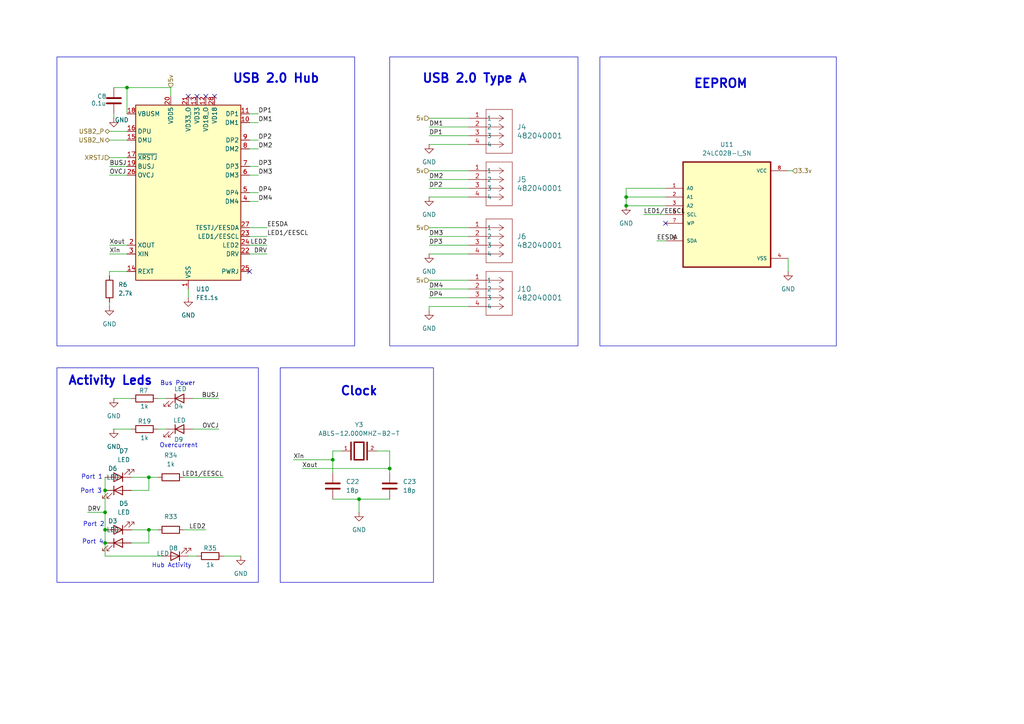
<source format=kicad_sch>
(kicad_sch (version 20231120) (generator "eeschema") (generator_version "8.0")
  (paper "A4")
  (lib_symbols
    (symbol "24LC02B-I_SN:24LC02B-I_SN" (pin_names (offset 1.016))
      (property "Reference" "U" (at -12.7 16.24 0))
      (property "Value" "24LC02B-I_SN" (at -12.7 -19.24 0))
      (symbol "24LC02B-I_SN_0_0"
        (rectangle (start -12.7 -15.24) (end 12.7 15.24) (stroke (width 0.41)) (fill (type background)))
        (pin input line (at -17.78 7.62 0) (length 5.08) (name "A0") (number "1"))
        (pin input line (at -17.78 5.08 0) (length 5.08) (name "A1") (number "2"))
        (pin input line (at -17.78 2.54 0) (length 5.08) (name "A2") (number "3"))
        (pin power_in line (at 17.78 -12.7 180) (length 5.08) (name "VSS") (number "4"))
        (pin bidirectional line (at -17.78 -7.62 0) (length 5.08) (name "SDA") (number "5"))
        (pin input line (at -17.78 0 0) (length 5.08) (name "SCL") (number "6"))
        (pin input line (at -17.78 -2.54 0) (length 5.08) (name "WP") (number "7"))
        (pin power_in line (at 17.78 12.7 180) (length 5.08) (name "VCC") (number "8"))
      )
    )
    (symbol "482040001:482040001" (pin_names (offset 0.254))
      (property "Reference" "J" (at 8.89 6.35 0))
      (property "Value" "482040001" (at 0 0 0))
      (symbol "482040001_1_1"
        (polyline (pts (xy 5.08 -10.16) (xy 12.7 -10.16)) (stroke (width 0.127)))
        (polyline (pts (xy 5.08 2.54) (xy 5.08 -10.16)) (stroke (width 0.127)))
        (polyline (pts (xy 10.16 -7.62) (xy 5.08 -7.62)) (stroke (width 0.127)))
        (polyline (pts (xy 10.16 -7.62) (xy 8.89 -8.4667)) (stroke (width 0.127)))
        (polyline (pts (xy 10.16 -7.62) (xy 8.89 -6.7733)) (stroke (width 0.127)))
        (polyline (pts (xy 10.16 -5.08) (xy 5.08 -5.08)) (stroke (width 0.127)))
        (polyline (pts (xy 10.16 -5.08) (xy 8.89 -5.9267)) (stroke (width 0.127)))
        (polyline (pts (xy 10.16 -5.08) (xy 8.89 -4.2333)) (stroke (width 0.127)))
        (polyline (pts (xy 10.16 -2.54) (xy 5.08 -2.54)) (stroke (width 0.127)))
        (polyline (pts (xy 10.16 -2.54) (xy 8.89 -3.3867)) (stroke (width 0.127)))
        (polyline (pts (xy 10.16 -2.54) (xy 8.89 -1.6933)) (stroke (width 0.127)))
        (polyline (pts (xy 10.16 0) (xy 5.08 0)) (stroke (width 0.127)))
        (polyline (pts (xy 10.16 0) (xy 8.89 -0.8467)) (stroke (width 0.127)))
        (polyline (pts (xy 10.16 0) (xy 8.89 0.8467)) (stroke (width 0.127)))
        (polyline (pts (xy 12.7 -10.16) (xy 12.7 2.54)) (stroke (width 0.127)))
        (polyline (pts (xy 12.7 2.54) (xy 5.08 2.54)) (stroke (width 0.127)))
        (pin unspecified line (at 0 0 0) (length 5.08) (name "1") (number "1"))
        (pin unspecified line (at 0 -2.54 0) (length 5.08) (name "2") (number "2"))
        (pin unspecified line (at 0 -5.08 0) (length 5.08) (name "3") (number "3"))
        (pin unspecified line (at 0 -7.62 0) (length 5.08) (name "4") (number "4"))
      )
      (symbol "482040001_1_2"
        (polyline (pts (xy 5.08 -10.16) (xy 12.7 -10.16)) (stroke (width 0.127)))
        (polyline (pts (xy 5.08 2.54) (xy 5.08 -10.16)) (stroke (width 0.127)))
        (polyline (pts (xy 7.62 -7.62) (xy 5.08 -7.62)) (stroke (width 0.127)))
        (polyline (pts (xy 7.62 -7.62) (xy 8.89 -8.4667)) (stroke (width 0.127)))
        (polyline (pts (xy 7.62 -7.62) (xy 8.89 -6.7733)) (stroke (width 0.127)))
        (polyline (pts (xy 7.62 -5.08) (xy 5.08 -5.08)) (stroke (width 0.127)))
        (polyline (pts (xy 7.62 -5.08) (xy 8.89 -5.9267)) (stroke (width 0.127)))
        (polyline (pts (xy 7.62 -5.08) (xy 8.89 -4.2333)) (stroke (width 0.127)))
        (polyline (pts (xy 7.62 -2.54) (xy 5.08 -2.54)) (stroke (width 0.127)))
        (polyline (pts (xy 7.62 -2.54) (xy 8.89 -3.3867)) (stroke (width 0.127)))
        (polyline (pts (xy 7.62 -2.54) (xy 8.89 -1.6933)) (stroke (width 0.127)))
        (polyline (pts (xy 7.62 0) (xy 5.08 0)) (stroke (width 0.127)))
        (polyline (pts (xy 7.62 0) (xy 8.89 -0.8467)) (stroke (width 0.127)))
        (polyline (pts (xy 7.62 0) (xy 8.89 0.8467)) (stroke (width 0.127)))
        (polyline (pts (xy 12.7 -10.16) (xy 12.7 2.54)) (stroke (width 0.127)))
        (polyline (pts (xy 12.7 2.54) (xy 5.08 2.54)) (stroke (width 0.127)))
        (pin unspecified line (at 0 0 0) (length 5.08) (name "1") (number "1"))
        (pin unspecified line (at 0 -2.54 0) (length 5.08) (name "2") (number "2"))
        (pin unspecified line (at 0 -5.08 0) (length 5.08) (name "3") (number "3"))
        (pin unspecified line (at 0 -7.62 0) (length 5.08) (name "4") (number "4"))
      )
    )
    (symbol "ABLS-12.000MHZ-B2-T:ABLS-12.000MHZ-B2-T" (pin_names (offset 1.016))
      (property "Reference" "Y" (at -5.0878 3.8159 0))
      (property "Value" "ABLS-12.000MHZ-B2-T" (at -5.0944 -5.0944 0))
      (symbol "ABLS-12.000MHZ-B2-T_0_0"
        (polyline (pts (xy -2.3368 2.54) (xy -2.3368 -2.54)) (stroke (width 0.4064)))
        (polyline (pts (xy -1.397 2.54) (xy -1.397 -2.54)) (stroke (width 0.4064)))
        (polyline (pts (xy -1.397 2.54) (xy 1.397 2.54)) (stroke (width 0.4064)))
        (polyline (pts (xy 1.397 -2.54) (xy -1.397 -2.54)) (stroke (width 0.4064)))
        (polyline (pts (xy 1.397 2.54) (xy 1.397 -2.54)) (stroke (width 0.4064)))
        (polyline (pts (xy 2.3368 2.54) (xy 2.3368 -2.54)) (stroke (width 0.4064)))
        (pin passive line (at -5.08 0 0) (length 2.54) (name "~") (number "1"))
        (pin passive line (at 5.08 0 180) (length 2.54) (name "~") (number "2"))
      )
    )
    (symbol "Device:C" (pin_numbers hide) (pin_names (offset 0.254))
      (property "Reference" "C" (at 0.635 2.54 0))
      (property "Value" "C" (at 0.635 -2.54 0))
      (symbol "C_0_1"
        (polyline (pts (xy -2.032 -0.762) (xy 2.032 -0.762)) (stroke (width 0.508)))
        (polyline (pts (xy -2.032 0.762) (xy 2.032 0.762)) (stroke (width 0.508)))
      )
      (symbol "C_1_1"
        (pin passive line (at 0 3.81 270) (length 2.794) (name "~") (number "1"))
        (pin passive line (at 0 -3.81 90) (length 2.794) (name "~") (number "2"))
      )
    )
    (symbol "Device:LED" (pin_numbers hide) (pin_names (offset 1.016) hide)
      (property "Reference" "D" (at 0 2.54 0))
      (property "Value" "LED" (at 0 -2.54 0))
      (symbol "LED_0_1"
        (polyline (pts (xy -1.27 -1.27) (xy -1.27 1.27)) (stroke (width 0.254)))
        (polyline (pts (xy -1.27 0) (xy 1.27 0)))
        (polyline (pts (xy 1.27 -1.27) (xy 1.27 1.27) (xy -1.27 0) (xy 1.27 -1.27)) (stroke (width 0.254)))
        (polyline (pts (xy -3.048 -0.762) (xy -4.572 -2.286) (xy -3.81 -2.286) (xy -4.572 -2.286) (xy -4.572 -1.524)))
        (polyline (pts (xy -1.778 -0.762) (xy -3.302 -2.286) (xy -2.54 -2.286) (xy -3.302 -2.286) (xy -3.302 -1.524)))
      )
      (symbol "LED_1_1"
        (pin passive line (at -3.81 0 0) (length 2.54) (name "K") (number "1"))
        (pin passive line (at 3.81 0 180) (length 2.54) (name "A") (number "2"))
      )
    )
    (symbol "Device:R" (pin_numbers hide) (pin_names (offset 0))
      (property "Reference" "R" (at 2.032 0 90))
      (property "Value" "R" (at 0 0 90))
      (symbol "R_0_1"
        (rectangle (start -1.016 -2.54) (end 1.016 2.54) (stroke (width 0.254)))
      )
      (symbol "R_1_1"
        (pin passive line (at 0 3.81 270) (length 1.27) (name "~") (number "1"))
        (pin passive line (at 0 -3.81 90) (length 1.27) (name "~") (number "2"))
      )
    )
    (symbol "Interface_USB:FE1.1s"
      (property "Reference" "U" (at -11.43 26.67 0))
      (property "Value" "FE1.1s" (at 12.7 27.94 0))
      (symbol "FE1.1s_0_1"
        (rectangle (start -15.24 25.4) (end 15.24 -25.4) (stroke (width 0.254)) (fill (type background)))
      )
      (symbol "FE1.1s_1_1"
        (pin power_in line (at 0 -27.94 90) (length 2.54) (name "VSS") (number "1"))
        (pin bidirectional line (at 17.78 20.32 180) (length 2.54) (name "DM1") (number "10"))
        (pin bidirectional line (at 17.78 22.86 180) (length 2.54) (name "DP1") (number "11"))
        (pin power_out line (at 5.08 27.94 270) (length 2.54) (name "VD18_O") (number "12"))
        (pin power_in line (at 2.54 27.94 270) (length 2.54) (name "VD33") (number "13"))
        (pin passive line (at -17.78 -22.86 0) (length 2.54) (name "REXT") (number "14"))
        (pin bidirectional line (at -17.78 15.24 0) (length 2.54) (name "DMU") (number "15"))
        (pin bidirectional line (at -17.78 17.78 0) (length 2.54) (name "DPU") (number "16"))
        (pin input line (at -17.78 10.16 0) (length 2.54) (name "~{XRSTJ}") (number "17"))
        (pin input line (at -17.78 22.86 0) (length 2.54) (name "VBUSM") (number "18"))
        (pin input line (at -17.78 7.62 0) (length 2.54) (name "BUSJ") (number "19"))
        (pin output line (at -17.78 -15.24 0) (length 2.54) (name "XOUT") (number "2"))
        (pin power_in line (at -5.08 27.94 270) (length 2.54) (name "VDD5") (number "20"))
        (pin power_out line (at 0 27.94 270) (length 2.54) (name "VD33_O") (number "21"))
        (pin bidirectional line (at 17.78 -17.78 180) (length 2.54) (name "DRV") (number "22"))
        (pin bidirectional line (at 17.78 -12.7 180) (length 2.54) (name "LED1/EESCL") (number "23"))
        (pin bidirectional line (at 17.78 -15.24 180) (length 2.54) (name "LED2") (number "24"))
        (pin output line (at 17.78 -22.86 180) (length 2.54) (name "PWRJ") (number "25"))
        (pin input line (at -17.78 5.08 0) (length 2.54) (name "OVCJ") (number "26"))
        (pin bidirectional line (at 17.78 -10.16 180) (length 2.54) (name "TESTJ/EESDA") (number "27"))
        (pin power_in line (at 7.62 27.94 270) (length 2.54) (name "VD18") (number "28"))
        (pin input line (at -17.78 -17.78 0) (length 2.54) (name "XIN") (number "3"))
        (pin bidirectional line (at 17.78 -2.54 180) (length 2.54) (name "DM4") (number "4"))
        (pin bidirectional line (at 17.78 0 180) (length 2.54) (name "DP4") (number "5"))
        (pin bidirectional line (at 17.78 5.08 180) (length 2.54) (name "DM3") (number "6"))
        (pin bidirectional line (at 17.78 7.62 180) (length 2.54) (name "DP3") (number "7"))
        (pin bidirectional line (at 17.78 12.7 180) (length 2.54) (name "DM2") (number "8"))
        (pin bidirectional line (at 17.78 15.24 180) (length 2.54) (name "DP2") (number "9"))
      )
    )
    (symbol "power:GND" (power) (pin_numbers hide) (pin_names (offset 0) hide)
      (property "Value" "GND" (at 0 -3.81 0))
      (symbol "GND_0_1"
        (polyline (pts (xy 0 0) (xy 0 -1.27) (xy 1.27 -1.27) (xy 0 -2.54) (xy -1.27 -1.27) (xy 0 -1.27)))
      )
      (symbol "GND_1_1"
        (pin power_in line (at 0 0 270) (length 0) (name "~") (number "1"))
      )
    )
  )
  (junction (at 43.18 153.67))
  (junction (at 43.18 138.43))
  (junction (at 104.14 144.78))
  (junction (at 30.48 157.48))
  (junction (at 30.48 148.59))
  (junction (at 36.83 25.4))
  (junction (at 30.48 153.67))
  (junction (at 113.03 135.89))
  (junction (at 96.52 133.35))
  (junction (at 181.61 57.15))
  (junction (at 30.48 142.24))
  (junction (at 181.61 59.69))
  (no_connect (at 59.69 27.94))
  (no_connect (at 72.39 78.74))
  (no_connect (at 193.04 64.77))
  (no_connect (at 62.23 27.94))
  (no_connect (at 57.15 27.94))
  (no_connect (at 54.61 27.94))
  (wire (pts (xy 31.75 38.1) (xy 36.83 38.1)))
  (wire (pts (xy 36.83 78.74) (xy 31.75 78.74)))
  (wire (pts (xy 113.03 135.89) (xy 113.03 137.16)))
  (wire (pts (xy 104.14 144.78) (xy 113.03 144.78)))
  (wire (pts (xy 72.39 58.42) (xy 74.93 58.42)))
  (wire (pts (xy 72.39 66.04) (xy 77.47 66.04)))
  (wire (pts (xy 72.39 48.26) (xy 74.93 48.26)))
  (wire (pts (xy 113.03 130.81) (xy 113.03 135.89)))
  (wire (pts (xy 53.34 138.43) (xy 64.77 138.43)))
  (wire (pts (xy 181.61 54.61) (xy 181.61 57.15)))
  (wire (pts (xy 38.1 124.46) (xy 33.02 124.46)))
  (wire (pts (xy 43.18 153.67) (xy 43.18 157.48)))
  (wire (pts (xy 55.88 124.46) (xy 63.5 124.46)))
  (wire (pts (xy 87.63 135.89) (xy 113.03 135.89)))
  (wire (pts (xy 72.39 33.02) (xy 74.93 33.02)))
  (wire (pts (xy 55.88 115.57) (xy 63.5 115.57)))
  (wire (pts (xy 48.26 115.57) (xy 45.72 115.57)))
  (wire (pts (xy 38.1 115.57) (xy 33.02 115.57)))
  (wire (pts (xy 31.75 78.74) (xy 31.75 80.01)))
  (wire (pts (xy 49.53 25.4) (xy 49.53 27.94)))
  (wire (pts (xy 31.75 45.72) (xy 36.83 45.72)))
  (wire (pts (xy 181.61 59.69) (xy 193.04 59.69)))
  (wire (pts (xy 124.46 34.29) (xy 135.89 34.29)))
  (wire (pts (xy 36.83 33.02) (xy 36.83 25.4)))
  (wire (pts (xy 96.52 144.78) (xy 104.14 144.78)))
  (wire (pts (xy 53.34 153.67) (xy 59.69 153.67)))
  (wire (pts (xy 104.14 144.78) (xy 104.14 148.59)))
  (wire (pts (xy 43.18 153.67) (xy 45.72 153.67)))
  (wire (pts (xy 124.46 36.83) (xy 135.89 36.83)))
  (wire (pts (xy 30.48 138.43) (xy 30.48 142.24)))
  (wire (pts (xy 72.39 68.58) (xy 77.47 68.58)))
  (wire (pts (xy 72.39 35.56) (xy 74.93 35.56)))
  (wire (pts (xy 229.87 49.53) (xy 228.6 49.53)))
  (wire (pts (xy 31.75 50.8) (xy 36.83 50.8)))
  (wire (pts (xy 124.46 57.15) (xy 135.89 57.15)))
  (wire (pts (xy 135.89 41.91) (xy 124.46 41.91)))
  (wire (pts (xy 43.18 138.43) (xy 43.18 142.24)))
  (wire (pts (xy 43.18 142.24) (xy 38.1 142.24)))
  (wire (pts (xy 33.02 33.02) (xy 33.02 34.29)))
  (wire (pts (xy 31.75 48.26) (xy 36.83 48.26)))
  (wire (pts (xy 124.46 73.66) (xy 135.89 73.66)))
  (wire (pts (xy 124.46 83.82) (xy 135.89 83.82)))
  (wire (pts (xy 85.09 133.35) (xy 96.52 133.35)))
  (wire (pts (xy 96.52 133.35) (xy 96.52 130.81)))
  (wire (pts (xy 30.48 161.29) (xy 46.99 161.29)))
  (wire (pts (xy 109.22 130.81) (xy 113.03 130.81)))
  (wire (pts (xy 64.77 161.29) (xy 69.85 161.29)))
  (wire (pts (xy 72.39 43.18) (xy 74.93 43.18)))
  (wire (pts (xy 45.72 138.43) (xy 43.18 138.43)))
  (wire (pts (xy 30.48 157.48) (xy 30.48 161.29)))
  (wire (pts (xy 181.61 57.15) (xy 193.04 57.15)))
  (wire (pts (xy 54.61 83.82) (xy 54.61 86.36)))
  (wire (pts (xy 31.75 40.64) (xy 36.83 40.64)))
  (wire (pts (xy 124.46 88.9) (xy 124.46 90.17)))
  (wire (pts (xy 43.18 138.43) (xy 38.1 138.43)))
  (wire (pts (xy 124.46 52.07) (xy 135.89 52.07)))
  (wire (pts (xy 31.75 73.66) (xy 36.83 73.66)))
  (wire (pts (xy 135.89 66.04) (xy 124.46 66.04)))
  (wire (pts (xy 193.04 54.61) (xy 181.61 54.61)))
  (wire (pts (xy 43.18 157.48) (xy 38.1 157.48)))
  (wire (pts (xy 135.89 68.58) (xy 124.46 68.58)))
  (wire (pts (xy 33.02 25.4) (xy 36.83 25.4)))
  (wire (pts (xy 31.75 71.12) (xy 36.83 71.12)))
  (wire (pts (xy 72.39 40.64) (xy 74.93 40.64)))
  (wire (pts (xy 36.83 25.4) (xy 49.53 25.4)))
  (wire (pts (xy 72.39 55.88) (xy 74.93 55.88)))
  (wire (pts (xy 124.46 81.28) (xy 135.89 81.28)))
  (wire (pts (xy 124.46 54.61) (xy 135.89 54.61)))
  (wire (pts (xy 72.39 73.66) (xy 77.47 73.66)))
  (wire (pts (xy 31.75 87.63) (xy 31.75 88.9)))
  (wire (pts (xy 43.18 153.67) (xy 38.1 153.67)))
  (wire (pts (xy 186.69 62.23) (xy 193.04 62.23)))
  (wire (pts (xy 25.4 148.59) (xy 30.48 148.59)))
  (wire (pts (xy 228.6 74.93) (xy 228.6 78.74)))
  (wire (pts (xy 54.61 161.29) (xy 57.15 161.29)))
  (wire (pts (xy 124.46 39.37) (xy 135.89 39.37)))
  (wire (pts (xy 181.61 57.15) (xy 181.61 59.69)))
  (wire (pts (xy 124.46 86.36) (xy 135.89 86.36)))
  (wire (pts (xy 72.39 71.12) (xy 77.47 71.12)))
  (wire (pts (xy 48.26 124.46) (xy 45.72 124.46)))
  (wire (pts (xy 124.46 71.12) (xy 135.89 71.12)))
  (wire (pts (xy 30.48 148.59) (xy 30.48 153.67)))
  (wire (pts (xy 96.52 137.16) (xy 96.52 133.35)))
  (wire (pts (xy 96.52 130.81) (xy 99.06 130.81)))
  (wire (pts (xy 72.39 50.8) (xy 74.93 50.8)))
  (wire (pts (xy 124.46 88.9) (xy 135.89 88.9)))
  (wire (pts (xy 124.46 49.53) (xy 135.89 49.53)))
  (wire (pts (xy 30.48 142.24) (xy 30.48 148.59)))
  (wire (pts (xy 190.5 69.85) (xy 193.04 69.85)))
  (wire (pts (xy 30.48 153.67) (xy 30.48 157.48)))
  (rectangle (start 113.03 16.51) (end 167.64 100.33))
  (rectangle (start 81.28 106.68) (end 125.73 168.91))
  (rectangle (start 173.99 16.51) (end 242.57 100.33))
  (rectangle (start 16.51 106.68) (end 74.93 168.91))
  (rectangle (start 16.51 16.51) (end 102.87 100.33))
  (text "Hub Activity" (at 49.784 164.084 0) (effects (font (size 1.27 1.27))))
  (text "Clock" (at 104.14 113.538 0) (effects (font (size 2.54 2.54) (thickness 0.508) (bold yes))))
  (text "Bus Power\n" (at 51.562 111.252 0) (effects (font (size 1.27 1.27) (thickness 0.1588))))
  (text "Port 1" (at 26.67 138.43 0) (effects (font (size 1.27 1.27))))
  (text "Port 4" (at 26.924 157.226 0) (effects (font (size 1.27 1.27))))
  (text "USB 2.0 Type A" (at 137.668 22.86 0) (effects (font (size 2.54 2.54) (thickness 0.508) (bold yes))))
  (text "USB 2.0 Hub " (at 81.026 22.86 0) (effects (font (size 2.54 2.54) (thickness 0.508) (bold yes))))
  (text "EEPROM" (at 209.042 24.384 0) (effects (font (size 2.54 2.54) (thickness 0.508) (bold yes))))
  (text "Activity Leds" (at 32.004 110.49 0) (effects (font (size 2.54 2.54) (thickness 0.508) (bold yes))))
  (text "Overcurrent" (at 51.816 129.286 0) (effects (font (size 1.27 1.27))))
  (text "Port 3" (at 26.416 142.494 0) (effects (font (size 1.27 1.27))))
  (text "Port 2" (at 27.178 152.146 0) (effects (font (size 1.27 1.27))))
  (label "DRV" (at 77.47 73.66 180))
  (label "DP1" (at 124.46 39.37 0))
  (label "DP3" (at 74.93 48.26 0))
  (label "DM3" (at 74.93 50.8 0))
  (label "Xin" (at 85.09 133.35 0))
  (label "Xout" (at 31.75 71.12 0))
  (label "LED2" (at 77.47 71.12 180))
  (label "DP1" (at 74.93 33.02 0))
  (label "Xin" (at 31.75 73.66 0))
  (label "EESDA" (at 190.5 69.85 0))
  (label "DP4" (at 124.46 86.36 0))
  (label "EESDA" (at 77.47 66.04 0))
  (label "DM4" (at 124.46 83.82 0))
  (label "DP2" (at 124.46 54.61 0))
  (label "OVCJ" (at 31.75 50.8 0))
  (label "OVCJ" (at 63.5 124.46 180))
  (label "DM1" (at 74.93 35.56 0))
  (label "LED2" (at 59.69 153.67 180))
  (label "Xout" (at 87.63 135.89 0))
  (label "DM1" (at 124.46 36.83 0))
  (label "DM2" (at 124.46 52.07 0))
  (label "DP4" (at 74.93 55.88 0))
  (label "BUSJ" (at 63.5 115.57 180) (effects (font (thickness 0.1588))))
  (label "DM4" (at 74.93 58.42 0))
  (label "BUSJ" (at 31.75 48.26 0) (effects (font (thickness 0.1588))))
  (label "LED1{slash}EESCL" (at 186.69 62.23 0))
  (label "DP2" (at 74.93 40.64 0))
  (label "DM2" (at 74.93 43.18 0))
  (label "DM3" (at 124.46 68.58 0))
  (label "LED1{slash}EESCL" (at 64.77 138.43 180))
  (label "LED1{slash}EESCL" (at 77.47 68.58 0))
  (label "DP3" (at 124.46 71.12 0))
  (label "DRV" (at 25.4 148.59 0))
  (hierarchical_label "5v" (shape input) (at 49.53 25.4 90))
  (hierarchical_label "3.3v" (shape input) (at 229.87 49.53 0))
  (hierarchical_label "5v" (shape input) (at 124.46 34.29 180))
  (hierarchical_label "5v" (shape input) (at 124.46 49.53 180))
  (hierarchical_label "XRSTJ" (shape input) (at 31.75 45.72 180))
  (hierarchical_label "5v" (shape input) (at 124.46 66.04 180))
  (hierarchical_label "USB2_N" (shape bidirectional) (at 31.75 40.64 180))
  (hierarchical_label "5v" (shape input) (at 124.46 81.28 180))
  (hierarchical_label "USB2_P" (shape bidirectional) (at 31.75 38.1 180))
  (symbol (lib_id "power:GND") (at 31.75 88.9 0) (unit 1)
    (property "Reference" "#PWR013" (effects (hide yes)))
    (property "Value" "GND" (at 31.75 93.98 0))
    (property "Description" "Power symbol creates a global label with name \"GND\" , ground" (effects (hide yes)))
  )
  (symbol (lib_id "power:GND") (at 54.61 86.36 0) (unit 1)
    (property "Reference" "#PWR040" (effects (hide yes)))
    (property "Value" "GND" (at 54.61 91.44 0))
    (property "Description" "Power symbol creates a global label with name \"GND\" , ground" (effects (hide yes)))
  )
  (symbol (lib_id "Device:LED") (at 34.29 138.43 180) (unit 1)
    (property "Reference" "D7" (at 35.8775 130.81 0))
    (property "Value" "LED" (at 35.8775 133.35 0))
    (property "Description" "Light emitting diode" (effects (hide yes)))
  )
  (symbol (lib_id "Device:R") (at 31.75 83.82 0) (unit 1)
    (property "Reference" "R6" (at 34.29 82.5499 0) (effects (justify left)))
    (property "Value" "2.7k" (at 34.29 85.0899 0) (effects (justify left)))
    (property "Description" "Resistor" (effects (hide yes)))
  )
  (symbol (lib_id "ABLS-12.000MHZ-B2-T:ABLS-12.000MHZ-B2-T") (at 104.14 130.81 0) (unit 1)
    (property "Reference" "Y3" (at 104.14 123.19 0))
    (property "Value" "ABLS-12.000MHZ-B2-T" (at 104.14 125.73 0))
    (property "Footprint" "ABLS-12.000MHZ-B2-T:XTAL_ABLS-12.000MHZ-B2-T" (effects (hide yes)))
    (property "PARTREV" "02.16.2021" (effects (hide yes)))
    (property "STANDARD" "Manufacturer Recommendations" (effects (hide yes)))
    (property "MAXIMUM_PACKAGE_HEIGHT" "4.2 mm" (effects (hide yes)))
    (property "MANUFACTURER" "Abracon" (effects (hide yes)))
  )
  (symbol (lib_id "482040001:482040001") (at 135.89 34.29 0) (unit 1)
    (property "Reference" "J4" (at 149.86 36.8299 0) (effects (font (size 1.524 1.524)) (justify left)))
    (property "Value" "482040001" (at 149.86 39.3699 0) (effects (font (size 1.524 1.524)) (justify left)))
    (property "Footprint" "CONN_48204-0001_MOL" (effects (hide yes)))
    (property "Datasheet" "482040001" (effects (hide yes)))
  )
  (symbol (lib_id "power:GND") (at 104.14 148.59 0) (unit 1)
    (property "Reference" "#PWR03" (effects (hide yes)))
    (property "Value" "GND" (at 104.14 153.67 0))
    (property "Description" "Power symbol creates a global label with name \"GND\" , ground" (effects (hide yes)))
  )
  (symbol (lib_id "power:GND") (at 124.46 41.91 0) (unit 1)
    (property "Reference" "#PWR031" (effects (hide yes)))
    (property "Value" "GND" (at 124.46 46.99 0))
    (property "Description" "Power symbol creates a global label with name \"GND\" , ground" (effects (hide yes)))
  )
  (symbol (lib_id "Device:LED") (at 34.29 153.67 180) (unit 1)
    (property "Reference" "D5" (at 35.8775 146.05 0))
    (property "Value" "LED" (at 35.8775 148.59 0))
    (property "Description" "Light emitting diode" (effects (hide yes)))
  )
  (symbol (lib_id "Device:LED") (at 34.29 157.48 0) (unit 1)
    (property "Reference" "D3" (at 32.7025 151.13 0))
    (property "Value" "LED" (at 32.7025 153.67 0))
    (property "Description" "Light emitting diode" (effects (hide yes)))
  )
  (symbol (lib_id "power:GND") (at 124.46 57.15 0) (unit 1)
    (property "Reference" "#PWR026" (effects (hide yes)))
    (property "Value" "GND" (at 124.46 62.23 0))
    (property "Description" "Power symbol creates a global label with name \"GND\" , ground" (effects (hide yes)))
  )
  (symbol (lib_id "Device:R") (at 49.53 138.43 270) (unit 1)
    (property "Reference" "R34" (at 49.53 132.08 90))
    (property "Value" "1k" (at 49.53 134.62 90))
    (property "Description" "Resistor" (effects (hide yes)))
  )
  (symbol (lib_id "power:GND") (at 181.61 59.69 0) (unit 1)
    (property "Reference" "#PWR033" (effects (hide yes)))
    (property "Value" "GND" (at 181.61 64.77 0))
    (property "Description" "Power symbol creates a global label with name \"GND\" , ground" (effects (hide yes)))
  )
  (symbol (lib_id "Device:R") (at 49.53 153.67 90) (unit 1)
    (property "Reference" "R33" (at 49.53 149.86 90))
    (property "Value" "1k" (effects (hide yes)))
    (property "Description" "Resistor" (effects (hide yes)))
  )
  (symbol (lib_id "Device:R") (at 60.96 161.29 270) (unit 1)
    (property "Reference" "R35" (at 60.96 159.004 90))
    (property "Value" "1k" (at 60.96 163.83 90))
    (property "Description" "Resistor" (effects (hide yes)))
  )
  (symbol (lib_id "482040001:482040001") (at 135.89 49.53 0) (unit 1)
    (property "Reference" "J5" (at 149.86 52.0699 0) (effects (font (size 1.524 1.524)) (justify left)))
    (property "Value" "482040001" (at 149.86 54.6099 0) (effects (font (size 1.524 1.524)) (justify left)))
    (property "Footprint" "CONN_48204-0001_MOL" (effects (hide yes)))
    (property "Datasheet" "482040001" (effects (hide yes)))
  )
  (symbol (lib_id "power:GND") (at 124.46 90.17 0) (unit 1)
    (property "Reference" "#PWR028" (effects (hide yes)))
    (property "Value" "GND" (at 124.46 95.25 0))
    (property "Description" "Power symbol creates a global label with name \"GND\" , ground" (effects (hide yes)))
  )
  (symbol (lib_id "power:GND") (at 33.02 115.57 0) (unit 1)
    (property "Reference" "#PWR014" (effects (hide yes)))
    (property "Value" "GND" (at 33.02 120.65 0))
    (property "Description" "Power symbol creates a global label with name \"GND\" , ground" (effects (hide yes)))
  )
  (symbol (lib_id "power:GND") (at 124.46 73.66 0) (unit 1)
    (property "Reference" "#PWR025" (effects (hide yes)))
    (property "Value" "GND" (at 124.46 78.74 0))
    (property "Description" "Power symbol creates a global label with name \"GND\" , ground" (effects (hide yes)))
  )
  (symbol (lib_id "Device:C") (at 33.02 29.21 0) (unit 1)
    (property "Reference" "C8" (at 28.194 27.94 0) (effects (justify left)))
    (property "Value" "0.1u" (at 26.416 29.972 0) (effects (justify left)))
    (property "Description" "Unpolarized capacitor" (effects (hide yes)))
  )
  (symbol (lib_id "482040001:482040001") (at 135.89 81.28 0) (unit 1)
    (property "Reference" "J10" (at 149.86 83.8199 0) (effects (font (size 1.524 1.524)) (justify left)))
    (property "Value" "482040001" (at 149.86 86.3599 0) (effects (font (size 1.524 1.524)) (justify left)))
    (property "Footprint" "CONN_48204-0001_MOL" (effects (hide yes)))
    (property "Datasheet" "482040001" (effects (hide yes)))
  )
  (symbol (lib_id "Device:LED") (at 50.8 161.29 180) (unit 1)
    (property "Reference" "D8" (at 50.292 159.004 0))
    (property "Value" "LED" (at 47.244 160.528 0))
    (property "Description" "Light emitting diode" (effects (hide yes)))
  )
  (symbol (lib_id "power:GND") (at 228.6 78.74 0) (unit 1)
    (property "Reference" "#PWR046" (effects (hide yes)))
    (property "Value" "GND" (at 228.6 83.82 0))
    (property "Description" "Power symbol creates a global label with name \"GND\" , ground" (effects (hide yes)))
  )
  (symbol (lib_id "24LC02B-I_SN:24LC02B-I_SN") (at 210.82 62.23 0) (unit 1)
    (property "Reference" "U11" (at 210.82 41.91 0))
    (property "Value" "24LC02B-I_SN" (at 210.82 44.45 0))
    (property "Footprint" "24LC02B-I_SN:SOIC127P600X175-8N" (effects (hide yes)))
    (property "Datasheet" "https://ww1.microchip.com/downloads/en/DeviceDoc/24AA02-24LC02B-24FC02-2K-I2C-Serial-EEPROM-20001709N.pdf" (effects (hide yes)))
  )
  (symbol (lib_id "Device:R") (at 41.91 124.46 90) (unit 1)
    (property "Reference" "R19" (at 41.91 122.174 90))
    (property "Value" "1k" (at 41.91 127 90))
    (property "Description" "Resistor" (effects (hide yes)))
  )
  (symbol (lib_id "Device:C") (at 96.52 140.97 180) (unit 1)
    (property "Reference" "C22" (at 100.33 139.6999 0) (effects (justify right)))
    (property "Value" "18p" (at 100.33 142.2399 0) (effects (justify right)))
    (property "Description" "Unpolarized capacitor" (effects (hide yes)))
  )
  (symbol (lib_id "Device:LED") (at 34.29 142.24 0) (unit 1)
    (property "Reference" "D6" (at 32.7025 135.89 0))
    (property "Value" "LED" (at 32.7025 138.43 0))
    (property "Description" "Light emitting diode" (effects (hide yes)))
  )
  (symbol (lib_id "482040001:482040001") (at 135.89 66.04 0) (unit 1)
    (property "Reference" "J6" (at 149.86 68.5799 0) (effects (font (size 1.524 1.524)) (justify left)))
    (property "Value" "482040001" (at 149.86 71.1199 0) (effects (font (size 1.524 1.524)) (justify left)))
    (property "Footprint" "CONN_48204-0001_MOL" (effects (hide yes)))
    (property "Datasheet" "482040001" (effects (hide yes)))
  )
  (symbol (lib_id "Device:C") (at 113.03 140.97 0) (unit 1)
    (property "Reference" "C23" (at 116.84 139.6999 0) (effects (justify left)))
    (property "Value" "18p" (at 116.84 142.2399 0) (effects (justify left)))
    (property "Description" "Unpolarized capacitor" (effects (hide yes)))
  )
  (symbol (lib_id "Device:LED") (at 52.07 124.46 0) (unit 1)
    (property "Reference" "D9" (at 51.816 127.508 0))
    (property "Value" "LED" (at 52.07 121.92 0))
    (property "Description" "Light emitting diode" (effects (hide yes)))
  )
  (symbol (lib_id "power:GND") (at 33.02 34.29 0) (unit 1)
    (property "Reference" "#PWR01" (effects (hide yes)))
    (property "Value" "GND" (at 35.306 34.798 0))
    (property "Description" "Power symbol creates a global label with name \"GND\" , ground" (effects (hide yes)))
  )
  (symbol (lib_id "Device:R") (at 41.91 115.57 90) (unit 1)
    (property "Reference" "R7" (at 41.656 113.284 90))
    (property "Value" "1k" (at 41.91 117.856 90))
    (property "Description" "Resistor" (effects (hide yes)))
  )
  (symbol (lib_id "power:GND") (at 33.02 124.46 0) (unit 1)
    (property "Reference" "#PWR017" (effects (hide yes)))
    (property "Value" "GND" (at 33.02 129.54 0))
    (property "Description" "Power symbol creates a global label with name \"GND\" , ground" (effects (hide yes)))
  )
  (symbol (lib_id "power:GND") (at 69.85 161.29 0) (unit 1)
    (property "Reference" "#PWR047" (effects (hide yes)))
    (property "Value" "GND" (at 69.85 166.37 0))
    (property "Description" "Power symbol creates a global label with name \"GND\" , ground" (effects (hide yes)))
  )
  (symbol (lib_id "Device:LED") (at 52.07 115.57 0) (unit 1)
    (property "Reference" "D4" (at 51.816 117.856 0))
    (property "Value" "LED" (at 52.324 112.776 0))
    (property "Description" "Light emitting diode" (effects (hide yes)))
  )
  (symbol (lib_id "Interface_USB:FE1.1s") (at 54.61 55.88 0) (unit 1)
    (property "Reference" "U10" (at 56.8041 83.82 0) (effects (justify left)))
    (property "Value" "FE1.1s" (at 56.8041 86.36 0) (effects (justify left)))
    (property "Footprint" "Package_SO:SSOP-28_3.9x9.9mm_P0.635mm" (effects (hide yes)))
    (property "Datasheet" "https://cdn-shop.adafruit.com/product-files/2991/FE1.1s+Data+Sheet+(Rev.+1.0).pdf" (effects (hide yes)))
    (property "Description" "USB 2.0 High Speed 4-Port Hub Controller, SSOP-28" (effects (hide yes)))
  )
)
</source>
